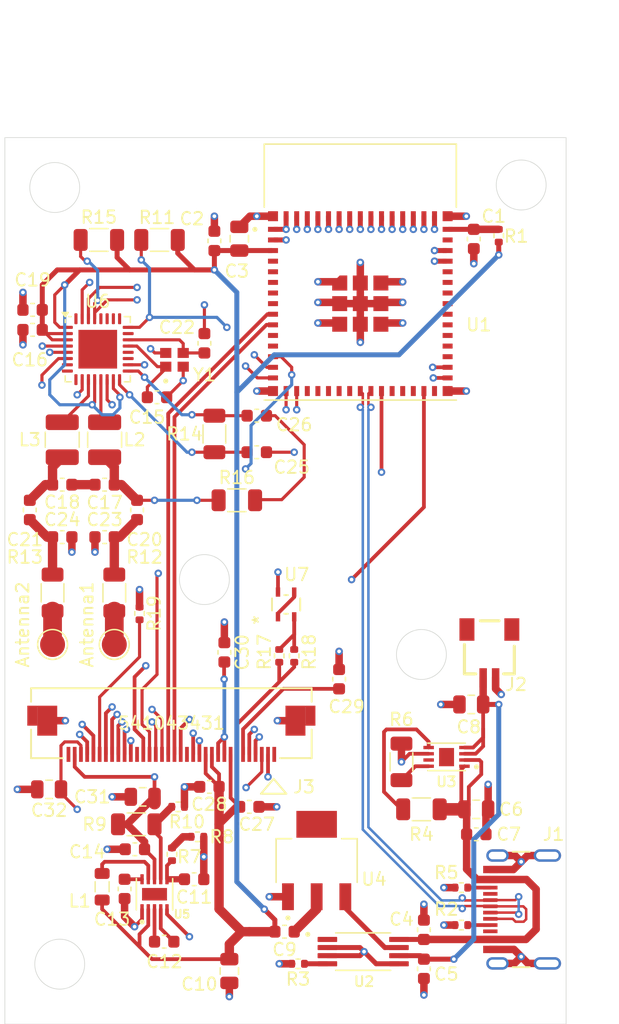
<source format=kicad_pcb>
(kicad_pcb (version 20241229) (generator "pcbnew") (generator_version "9.0")
  (layers (0 "F.Cu" signal) (4 "In1.Cu" signal "FM.Cu") (6 "In2.Cu" signal "BM.Cu") (2 "B.Cu" signal) (13 "F.Paste" user) (15 "B.Paste" user) (5 "F.SilkS" user "F.Silkscreen") (7 "B.SilkS" user "B.Silkscreen") (1 "F.Mask" user) (3 "B.Mask" user) (25 "Edge.Cuts" user))
  (net 0 "")
  (net 1 "Net-(Antenna1-Pad1)")
  (net 2 "Net-(Antenna2-Pad1)")
  (net 3 "Net-(U1-EN)")
  (net 4 "GND")
  (net 5 "3V3")
  (net 6 "USB_5V")
  (net 7 "BAT_P")
  (net 8 "Net-(U4-OUT_2)")
  (net 9 "Net-(U5-SS)")
  (net 10 "Net-(U5-CP2)")
  (net 11 "Net-(U5-CP1)")
  (net 12 "Net-(U5-VO)")
  (net 13 "17V")
  (net 14 "Net-(U6-OSCIN)")
  (net 15 "Net-(C17-Pad2)")
  (net 16 "TX3")
  (net 17 "Net-(C18-Pad2)")
  (net 18 "Net-(C20-Pad2)")
  (net 19 "Net-(C21-Pad2)")
  (net 20 "Net-(U6-OSCOUT)")
  (net 21 "Net-(U6-VMID)")
  (net 22 "Net-(U6-RX)")
  (net 23 "Net-(C26-Pad2)")
  (net 24 "Net-(C29-Pad1)")
  (net 25 "Net-(C30-Pad2)")
  (net 26 "Net-(C32-Pad1)")
  (net 28 "Net-(J1-CC2)")
  (net 30 "Net-(J1-CC1)")
  (net 32 "IO 6")
  (net 34 "IO 5")
  (net 35 "Net-(J3-Pad7)")
  (net 37 "IO 36")
  (net 38 "Net-(J3-Pad29)")
  (net 40 "IO 35")
  (net 41 "IO 34")
  (net 42 "Net-(U5-SW)")
  (net 43 "TX2")
  (net 44 "TX1")
  (net 45 "Net-(U2-ILIM)")
  (net 46 "Net-(U3-STAT)")
  (net 47 "Net-(U3-PROG)")
  (net 48 "Net-(R7-Pad1)")
  (net 49 "Net-(U5-FB)")
  (net 50 "IO 10")
  (net 51 "IO 12")
  (net 52 "Net-(R17-Pad2)")
  (net 59 "IO 11")
  (net 61 "IO 21")
  (net 63 "IO 13")
  (net 75 "IO 9")
  (net 83 "Net-(U2-OUT)")
  (net 99 "Net-(U7-Pad1)")
  (net 100 "USB_N")
  (net 101 "USB_P")
  (footprint "Capacitor_SMD:C_0603_1608Metric" (layer "F.Cu") (at 123.6 47 180)
    (property "Reference" "C24")
    (property "Value" "1uF")
  )
  (footprint "Footprints:SON50P200X300X100-9N" (layer "F.Cu") (at 154.415 64.6 180)
    (property "Reference" "U3")
    (property "Value" "MCP73831-2ACI_MC")
  )
  (footprint "Capacitor_SMD:C_0805_2012Metric" (layer "F.Cu") (at 156.8 68.8 180)
    (property "Reference" "C6")
    (property "Value" "10uF")
  )
  (footprint "Resistor_SMD:R_1206_3216Metric" (layer "F.Cu") (at 122.825 51.4625 90)
    (property "Reference" "R13")
    (property "Value" "1K")
  )
  (footprint "Capacitor_SMD:C_0603_1608Metric" (layer "F.Cu") (at 121.225 30.4 180)
    (property "Reference" "C16")
    (property "Value" "1uF")
  )
  (footprint "Resistor_SMD:R_0402_1005Metric" (layer "F.Cu") (at 129.8 53.11 -90)
    (property "Reference" "R19")
    (property "Value" "1.2M")
  )
  (footprint "Capacitor_SMD:C_0603_1608Metric" (layer "F.Cu") (at 152.6 78.445 90)
    (property "Reference" "C4")
    (property "Value" "0.1uF")
  )
  (footprint "Capacitor_SMD:C_0603_1608Metric" (layer "F.Cu") (at 128.6 75.175 -90)
    (property "Reference" "C13")
    (property "Value" "0.1uF")
  )
  (footprint "Capacitor_SMD:C_0603_1608Metric" (layer "F.Cu") (at 129.425 72)
    (property "Reference" "C14")
    (property "Value" "1uF")
  )
  (footprint "Resistor_SMD:R_0402_1005Metric" (layer "F.Cu") (at 142.2 56.51 90)
    (property "Reference" "R18")
    (property "Value" "100K")
  )
  (footprint "Footprints:MOLEX_2171790001" (layer "F.Cu") (at 161.35 76.82 90)
    (property "Reference" "J1")
    (property "Value" "2171790001")
  )
  (footprint "Capacitor_SMD:C_0603_1608Metric" (layer "F.Cu") (at 127 42.8 180)
    (property "Reference" "C17")
    (property "Value" "1uF")
  )
  (footprint "Capacitor_SMD:C_0603_1608Metric" (layer "F.Cu") (at 139.2 37.275)
    (property "Reference" "C26")
    (property "Value" "1uF")
  )
  (footprint "Capacitor_SMD:C_0603_1608Metric" (layer "F.Cu") (at 138.6 68.6)
    (property "Reference" "C27")
    (property "Value" "1uF")
  )
  (footprint "Capacitor_SMD:C_0603_1608Metric" (layer "F.Cu") (at 134.175 74.4 180)
    (property "Reference" "C11")
    (property "Value" "1uF")
  )
  (footprint "Capacitor_SMD:C_0805_2012Metric" (layer "F.Cu") (at 156.4 60.4)
    (property "Reference" "C8")
    (property "Value" "10uF")
  )
  (footprint "Footprints:XCVR_ESP32-S3-MINI-1-N8" (layer "F.Cu") (at 147.5 28.3)
    (property "Reference" "U1")
    (property "Value" "ESP32-S3-MINI-1-N8")
  )
  (footprint "TestPoint:TestPoint_Pad_D2.0mm" (layer "F.Cu") (at 127.775 55.6)
    (property "Reference" "Antenna1")
    (property "Value" "~")
  )
  (footprint "Capacitor_SMD:C_0603_1608Metric" (layer "F.Cu") (at 156.6 23.125 -90)
    (property "Reference" "C1")
    (property "Value" "1uF")
  )
  (footprint "Inductor_SMD:L_1210_3225Metric" (layer "F.Cu") (at 123.6 39.2 -90)
    (property "Reference" "L3")
    (property "Value" "1mH")
  )
  (footprint "Resistor_SMD:R_0402_1005Metric" (layer "F.Cu") (at 158.6 22.86 -90)
    (property "Reference" "R1")
    (property "Value" "10K")
  )
  (footprint "Resistor_SMD:R_0402_1005Metric" (layer "F.Cu") (at 134.44 71 180)
    (property "Reference" "R8")
    (property "Value" "100K")
  )
  (footprint "TestPoint:TestPoint_Pad_D2.0mm" (layer "F.Cu") (at 122.825 55.6)
    (property "Reference" "Antenna2")
    (property "Value" "~")
  )
  (footprint "Capacitor_SMD:C_0603_1608Metric" (layer "F.Cu") (at 135.4 67 180)
    (property "Reference" "C28")
    (property "Value" "1uF")
  )
  (footprint "Resistor_SMD:R_1206_3216Metric" (layer "F.Cu") (at 135.8 38.7375 -90)
    (property "Reference" "R14")
    (property "Value" "1K")
  )
  (footprint "Capacitor_SMD:C_0603_1608Metric" (layer "F.Cu") (at 121.225 28.8 180)
    (property "Reference" "C19")
    (property "Value" "1uF")
  )
  (footprint "Capacitor_SMD:C_0603_1608Metric" (layer "F.Cu") (at 136.600001 56.225 -90)
    (property "Reference" "C30")
    (property "Value" "1uF")
  )
  (footprint "Capacitor_SMD:C_0805_2012Metric" (layer "F.Cu") (at 130.05 67.8 180)
    (property "Reference" "C31")
    (property "Value" "4.7uF")
  )
  (footprint "Footprints:SOP65P640X120-8N" (layer "F.Cu") (at 147.73 80.195)
    (property "Reference" "U2")
    (property "Value" "TPS2113APW")
  )
  (footprint "Resistor_SMD:R_1206_3216Metric" (layer "F.Cu") (at 150.8 65 90)
    (property "Reference" "R6")
    (property "Value" "2.7K")
  )
  (footprint "Inductor_SMD:L_1210_3225Metric" (layer "F.Cu") (at 127 39.2 -90)
    (property "Reference" "L2")
    (property "Value" "1mH")
  )
  (footprint "Capacitor_SMD:C_0603_1608Metric" (layer "F.Cu") (at 135 31.475 90)
    (property "Reference" "C22")
    (property "Value" "1uF")
  )
  (footprint "Resistor_SMD:R_1206_3216Metric" (layer "F.Cu") (at 137.6 44.05)
    (property "Reference" "R16")
    (property "Value" "1K")
  )
  (footprint "Capacitor_SMD:C_0805_2012Metric" (layer "F.Cu") (at 137 81.75 90)
    (property "Reference" "C10")
    (property "Value" "4.7uF")
  )
  (footprint "Package_DFN_QFN:HVQFN-32-1EP_5x5mm_P0.5mm_EP3.1x3.1mm" (layer "F.Cu") (at 126.45 31.95)
    (property "Reference" "U6")
    (property "Value" "MFRC52202HN1_115")
  )
  (footprint "Capacitor_SMD:C_0603_1608Metric" (layer "F.Cu") (at 152.6 81.575 90)
    (property "Reference" "C5")
    (property "Value" "0.1uF")
  )
  (footprint "Footprints:SM02B-SRSS-TB_LF__SN_" (layer "F.Cu") (at 157.85 56.3 180)
    (property "Reference" "J2")
    (property "Value" "SM02B-SRSS-TB_LF__SN_")
  )
  (footprint "Capacitor_SMD:C_0603_1608Metric" (layer "F.Cu") (at 141.425 78.6 180)
    (property "Reference" "C9")
    (property "Value" "1uF")
  )
  (footprint "Resistor_SMD:R_0402_1005Metric" (layer "F.Cu") (at 132.4 72.4 -90)
    (property "Reference" "R7")
    (property "Value" "100K")
  )
  (footprint "Capacitor_SMD:C_0603_1608Metric" (layer "F.Cu") (at 139.2 40.2)
    (property "Reference" "C25")
    (property "Value" "1uF")
  )
  (footprint "Resistor_SMD:R_1206_3216Metric" (layer "F.Cu") (at 129.5375 70 180)
    (property "Reference" "R9")
    (property "Value" "330K")
  )
  (footprint "Resistor_SMD:R_0402_1005Metric" (layer "F.Cu") (at 155.6 78.07 180)
    (property "Reference" "R2")
    (property "Value" "5.1K")
  )
  (footprint "Capacitor_SMD:C_0603_1608Metric" (layer "F.Cu") (at 127 47 180)
    (property "Reference" "C23")
    (property "Value" "1uF")
  )
  (footprint "Capacitor_SMD:C_0603_1608Metric" (layer "F.Cu") (at 121 44.825 -90)
    (property "Reference" "C21")
    (property "Value" "1uF")
  )
  (footprint "Capacitor_SMD:C_0603_1608Metric" (layer "F.Cu") (at 135.8 23.275 90)
    (property "Reference" "C2")
    (property "Value" "0.1uF")
  )
  (footprint "Capacitor_SMD:C_0603_1608Metric" (layer "F.Cu") (at 131.775 79.4)
    (property "Reference" "C12")
    (property "Value" "0.1uF")
  )
  (footprint "Capacitor_SMD:C_0805_2012Metric" (layer "F.Cu") (at 137.8 23.1 90)
    (property "Reference" "C3")
    (property "Value" "3.1uF")
  )
  (footprint "Capacitor_SMD:C_0805_2012Metric" (layer "F.Cu") (at 122.55 67.2 180)
    (property "Reference" "C32")
    (property "Value" "4.7uF")
  )
  (footprint "Resistor_SMD:R_1206_3216Metric" (layer "F.Cu") (at 126.5375 23.2)
    (property "Reference" "R15")
    (property "Value" "1K")
  )
  (footprint "Capacitor_SMD:C_0603_1608Metric" (layer "F.Cu") (at 129.6 44.825 -90)
    (property "Reference" "C20")
    (property "Value" "1uF")
  )
  (footprint "Footprints:CON_541043431_MOL" (layer "F.Cu") (at 132.350017 61.902007 180)
    (property "Reference" "J3")
    (property "Value" "541043431")
  )
  (footprint "Resistor_SMD:R_1206_3216Metric" (layer "F.Cu") (at 131.4 23.2)
    (property "Reference" "R11")
    (property "Value" "1K")
  )
  (footprint "Footprints:VREG_TLV1117LV33DCYR" (layer "F.Cu") (at 144 72.9 90)
    (property "Reference" "U4")
    (property "Value" "TLV1117LV33DCYR")
  )
  (footprint "Capacitor_SMD:C_0603_1608Metric" (layer "F.Cu") (at 131.2 35.8)
    (property "Reference" "C15")
    (property "Value" "1uF")
  )
  (footprint "Capacitor_SMD:C_0603_1608Metric" (layer "F.Cu") (at 145.8 58.375 90)
    (property "Reference" "C29")
    (property "Value" "1uF")
  )
  (footprint "Capacitor_SMD:C_0603_1608Metric" (layer "F.Cu") (at 156.8 70.8 180)
    (property "Reference" "C7")
    (property "Value" "0.1uF")
  )
  (footprint "Footprints:SON50P250X250X80-11N" (layer "F.Cu") (at 131 75.6 90)
    (property "Reference" "U5")
    (property "Value" "TPS61093DSKR")
  )
  (footprint "Footprints:XTAL_ABM11AIG-27.120MHZ-4Z-T3" (layer "F.Cu") (at 132.6 32.8 90)
    (property "Reference" "Y1")
    (property "Value" "ABM11AIG-27.120MHZ-4Z-T3")
  )
  (footprint "Inductor_SMD:L_0805_2012Metric" (layer "F.Cu") (at 126.8 75 90)
    (property "Reference" "L1")
    (property "Value" "10uH")
  )
  (footprint "Capacitor_SMD:C_0603_1608Metric" (layer "F.Cu") (at 123.6 42.8 180)
    (property "Reference" "C18")
    (property "Value" "1uF")
  )
  (footprint "Resistor_SMD:R_1206_3216Metric" (layer "F.Cu") (at 152.4 68.8 180)
    (property "Reference" "R4")
    (property "Value" "1K")
  )
  (footprint "Resistor_SMD:R_1206_3216Metric" (layer "F.Cu") (at 127.775 51.4625 90)
    (property "Reference" "R12")
    (property "Value" "1K")
  )
  (footprint "Resistor_SMD:R_0402_1005Metric" (layer "F.Cu") (at 132.89 68.6 180)
    (property "Reference" "R10")
    (property "Value" "10K")
  )
  (footprint "Footprints:USQ_TOS" (layer "F.Cu") (at 141.550001 52.3906 90)
    (property "Reference" "U7")
    (property "Value" "1SS383TE85L_F")
  )
  (footprint "Resistor_SMD:R_0402_1005Metric" (layer "F.Cu") (at 155.6 75.07)
    (property "Reference" "R5")
    (property "Value" "5.1K")
  )
  (footprint "Resistor_SMD:R_0402_1005Metric" (layer "F.Cu") (at 141 56.51 90)
    (property "Reference" "R17")
    (property "Value" "100K")
  )
  (footprint "Resistor_SMD:R_0402_1005Metric" (layer "F.Cu") (at 142.51 81.17 180)
    (property "Reference" "R3")
    (property "Value" "10K")
  )
  (gr_rect (start 119 15) (end 164 86) (stroke (width 0.05)) (fill no) (layer "Edge.Cuts"))
  (gr_circle (center 160.4 18.8) (end 162.4 18.8) (stroke (width 0.05)) (fill no) (layer "Edge.Cuts"))
  (gr_circle (center 152.4 56.4) (end 154.4 56.4) (stroke (width 0.05)) (fill no) (layer "Edge.Cuts"))
  (gr_circle (center 123 19) (end 125 19) (stroke (width 0.05)) (fill no) (layer "Edge.Cuts"))
  (gr_circle (center 135 50.4) (end 137 50.4) (stroke (width 0.05)) (fill no) (layer "Edge.Cuts"))
  (gr_circle (center 123.4 81.2) (end 125.4 81.2) (stroke (width 0.05)) (fill no) (layer "Edge.Cuts"))
  (segment (start 127.775 52.925) (end 127.775 55.6) (width 1.5) (layer "F.Cu") (net 1))
  (segment (start 122.825 52.925) (end 122.825 55.6) (width 1.5) (layer "F.Cu") (net 2))
  (segment (start 158.6 22.35) (end 156.6 22.35) (width 0.6) (layer "F.Cu") (net 3))
  (segment (start 154.6 22.35) (end 156.6 22.35) (width 0.4) (layer "F.Cu") (net 3))
  (segment (start 152.6 83.67) (end 152.6 82.4) (width 0.6) (layer "F.Cu") (net 4))
  (segment (start 145.85 28.3) (end 147.5 28.3) (width 0.6) (layer "F.Cu") (net 4))
  (segment (start 149.25 26.55) (end 149.15 26.65) (width 0.6) (layer "F.Cu") (net 4))
  (segment (start 138.65 21.3) (end 137.8 22.15) (width 0.6) (layer "F.Cu") (net 4))
  (segment (start 127.1 61.1) (end 127.6 60.6) (width 0.3) (layer "F.Cu") (net 4))
  (segment (start 144.1 28.2) (end 145.75 28.2) (width 0.6) (layer "F.Cu") (net 4))
  (segment (start 144.1 26.55) (end 145.75 26.55) (width 0.6) (layer "F.Cu") (net 4))
  (segment (start 153.45 21.3) (end 153.45 22.25) (width 0.4) (layer "F.Cu") (net 4))
  (segment (start 145.8 21.3) (end 145.8 22.25) (width 0.4) (layer "F.Cu") (net 4))
  (segment (start 159.78 73.62) (end 160.4 73) (width 0.6) (layer "F.Cu") (net 4))
  (segment (start 144.1 29.85) (end 145.75 29.85) (width 0.6) (layer "F.Cu") (net 4))
  (segment (start 150.9 29.85) (end 149.25 29.85) (width 0.6) (layer "F.Cu") (net 4))
  (segment (start 140.4 21.2) (end 140.5 21.3) (width 0.6) (layer "F.Cu") (net 4))
  (segment (start 131.019182 32.25) (end 130.684591 31.915409) (width 0.25) (layer "F.Cu") (net 4))
  (segment (start 159.86 81.14) (end 160.4 80.6) (width 0.6) (layer "F.Cu") (net 4))
  (segment (start 137 83.8) (end 137 82.8) (width 0.6) (layer "F.Cu") (net 4))
  (segment (start 129.100001 64.3984) (end 129.100001 63.300407) (width 0.3) (layer "F.Cu") (net 4))
  (segment (start 127.1 64.3984) (end 127.1 61.1) (width 0.3) (layer "F.Cu") (net 4))
  (segment (start 144.86 79.87) (end 147.47 79.87) (width 0.4) (layer "F.Cu") (net 4))
  (segment (start 154.4 24.05) (end 153.45 24.05) (width 0.4) (layer "F.Cu") (net 4))
  (segment (start 126.225 48.2) (end 126.225 47) (width 0.6) (layer "F.Cu") (net 4))
  (segment (start 120.45 30.4) (end 120.45 31.6) (width 0.6) (layer "F.Cu") (net 4))
  (segment (start 131.975 35.8) (end 131.975 35.79038) (width 0.25) (layer "F.Cu") (net 4))
  (segment (start 147.48 80.52) (end 147.8 80.2) (width 0.4) (layer "F.Cu") (net 4))
  (segment (start 129.4 78.2) (end 130 77.6) (width 0.3) (layer "F.Cu") (net 4))
  (segment (start 157.925 73.62) (end 159.78 73.62) (width 0.6) (layer "F.Cu") (net 4))
  (segment (start 130 77.6) (end 130 76.8) (width 0.3) (layer "F.Cu") (net 4))
  (segment (start 131.9 32.25) (end 131.019182 32.25) (width 0.25) (layer "F.Cu") (net 4))
  (segment (start 134.95 72.6) (end 134.95 74.4) (width 0.6) (layer "F.Cu") (net 4))
  (segment (start 135 30.7) (end 135 28.4) (width 0.25) (layer "F.Cu") (net 4))
  (segment (start 142.4 21.3) (end 142.4 22.25) (width 0.4) (layer "F.Cu") (net 4))
  (segment (start 122.401633 61.700407) (end 122.400033 61.698807) (width 0.6) (layer "F.Cu") (net 4))
  (segment (start 128.1 64.3984) (end 128.1 62.1) (width 0.3) (layer "F.Cu") (net 4))
  (segment (start 150.9 28.2) (end 149.25 28.2) (width 0.6) (layer "F.Cu") (net 4))
  (segment (start 144.95 21.3) (end 144.95 22.25) (width 0.4) (layer "F.Cu") (net 4))
  (segment (start 120.45 27.4) (end 120.45 28.8) (width 0.6) (layer "F.Cu") (net 4))
  (segment (start 147.47 79.87) (end 147.8 80.2) (width 0.4) (layer "F.Cu") (net 4))
  (segment (start 154.4 24.9) (end 153.45 24.9) (width 0.4) (layer "F.Cu") (net 4))
  (segment (start 162.5 81.14) (end 160.94 81.14) (width 0.6) (layer "F.Cu") (net 4))
  (segment (start 128.599999 62.550001) (end 128.75 62.4) (width 0.3) (layer "F.Cu") (net 4))
  (segment (start 125.6 64.4) (end 125.6 63.4) (width 0.3) (layer "F.Cu") (net 4))
  (segment (start 140.900002 51.4) (end 140.900002 49.8) (width 0.3) (layer "F.Cu") (net 4))
  (segment (start 158.35 59.15) (end 158.35 58.275) (width 0.6) (layer "F.Cu") (net 4))
  (segment (start 138.599999 62.800001) (end 139 62.4) (width 0.3) (layer "F.Cu") (net 4))
  (segment (start 140.6 22.35) (end 141.55 22.35) (width 0.4) (layer "F.Cu") (net 4))
  (segment (start 154.6 35.2) (end 154.5 35.3) (width 0.6) (layer "F.Cu") (net 4))
  (segment (start 139.2 21.3) (end 140.4 21.3) (width 0.6) (layer "F.Cu") (net 4))
  (segment (start 156.6 25.1) (end 156.6 23.9) (width 0.6) (layer "F.Cu") (net 4))
  (segment (start 152.6 76.4) (end 152.6 77.67) (width 0.6) (layer "F.Cu") (net 4))
  (segment (start 139.2 21.3) (end 138.65 21.3) (width 0.6) (layer "F.Cu") (net 4))
  (segment (start 157.925 80.02) (end 159.82 80.02) (width 0.6) (layer "F.Cu") (net 4))
  (segment (start 122 31.7) (end 124.0125 31.7) (width 0.25) (layer "F.Cu") (net 4))
  (segment (start 128.6 75.95) (end 128.6 77.4) (width 0.6) (layer "F.Cu") (net 4))
  (segment (start 149.25 29.85) (end 149.15 29.95) (width 0.6) (layer "F.Cu") (net 4))
  (segment (start 134.6 64.4) (end 134.6 63.299998) (width 0.3) (layer "F.Cu") (net 4))
  (segment (start 127.6 67.8) (end 129.1 67.8) (width 0.6) (layer "F.Cu") (net 4))
  (segment (start 128.65 72) (end 127.2 72) (width 0.6) (layer "F.Cu") (net 4))
  (segment (start 160.94 81.14) (end 160.4 80.6) (width 0.6) (layer "F.Cu") (net 4))
  (segment (start 145.75 29.85) (end 145.85 29.95) (width 0.6) (layer "F.Cu") (net 4))
  (segment (start 154.6 21.2) (end 154.5 21.3) (width 0.6) (layer "F.Cu") (net 4))
  (segment (start 125.6 63.4) (end 125 62.8) (width 0.3) (layer "F.Cu") (net 4))
  (segment (start 155.09 75.07) (end 154.2 75.07) (width 0.6) (layer "F.Cu") (net 4))
  (segment (start 145.75 26.55) (end 145.85 26.65) (width 0.6) (layer "F.Cu") (net 4))
  (segment (start 157.75 68.8) (end 157.75 66.8) (width 0.6) (layer "F.Cu") (net 4))
  (segment (start 122.6 32.2) (end 124.0125 32.2) (width 0.25) (layer "F.Cu") (net 4))
  (segment (start 143.25 21.3) (end 143.25 22.25) (width 0.4) (layer "F.Cu") (net 4))
  (segment (start 157.575 68.975) (end 157.75 68.8) (width 0.6) (layer "F.Cu") (net 4))
  (segment (start 125.2 35.2) (end 124.8 35.6) (width 0.25) (layer "F.Cu") (net 4))
  (segment (start 140.6 23.2) (end 141.55 23.2) (width 0.4) (layer "F.Cu") (net 4))
  (segment (start 138.599999 64.4) (end 138.599999 62.800001) (width 0.3) (layer "F.Cu") (net 4))
  (segment (start 140.8 68.6) (end 139.375 68.6) (width 0.6) (layer "F.Cu") (net 4))
  (segment (start 146.65 21.3) (end 146.65 22.25) (width 0.4) (layer "F.Cu") (net 4))
  (segment (start 150.9 26.55) (end 149.25 26.55) (width 0.6) (layer "F.Cu") (net 4))
  (segment (start 151.75 21.3) (end 151.75 22.25) (width 0.4) (layer "F.Cu") (net 4))
  (segment (start 120 67.2) (end 121.5 67.2) (width 0.6) (layer "F.Cu") (net 4))
  (segment (start 134.95 71) (end 134.95 72.6) (width 0.6) (layer "F.Cu") (net 4))
  (segment (start 128.599999 64.3984) (end 128.599999 62.550001) (width 0.3) (layer "F.Cu") (net 4))
  (segment (start 126.099999 64.4) (end 126.099999 62.899999) (width 0.3) (layer "F.Cu") (net 4))
  (segment (start 156 35.3) (end 154.6 35.3) (width 0.6) (layer "F.Cu") (net 4))
  (segment (start 141.55 21.3) (end 141.55 22.25) (width 0.4) (layer "F.Cu") (net 4))
  (segment (start 147.5 31.4) (end 147.5 29.95) (width 0.6) (layer "F.Cu") (net 4))
  (segment (start 131.600001 64.4) (end 131.600001 61.600001) (width 0.25) (layer "F.Cu") (net 4))
  (segment (start 156 21.3) (end 154.6 21.3) (width 0.6) (layer "F.Cu") (net 4))
  (segment (start 128.6 77.4) (end 129.4 78.2) (width 0.6) (layer "F.Cu") (net 4))
  (segment (start 131.600001 61.600001) (end 130.8 60.8) (width 0.25) (layer "F.Cu") (net 4))
  (segment (start 149.15 28.3) (end 147.5 28.3) (width 0.6) (layer "F.Cu") (net 4))
  (segment (start 155.09 78.07) (end 154.2 78.07) (width 0.6) (layer "F.Cu") (net 4))
  (segment (start 133.4 67) (end 133.4 68.6) (width 0.6) (layer "F.Cu") (net 4))
  (segment (start 141 81.17) (end 142 81.17) (width 0.6) (layer "F.Cu") (net 4))
  (segment (start 142.300001 61.700407) (end 140.850017 61.700407) (width 0.6) (layer "F.Cu") (net 4))
  (segment (start 150.05 21.3) (end 150.05 22.25) (width 0.4) (layer "F.Cu") (net 4))
  (segment (start 139.3 35.3) (end 140.5 35.3) (width 0.6) (layer "F.Cu") (net 4))
  (segment (start 149.25 28.2) (end 149.15 28.3) (width 0.6) (layer "F.Cu") (net 4))
  (segment (start 127.2 36) (end 127.2 34.3875) (width 0.25) (layer "F.Cu") (net 4))
  (segment (start 147.5 26.65) (end 147.5 28.3) (width 0.6) (layer "F.Cu") (net 4))
  (segment (start 147.5 25) (end 147.5 26.65) (width 0.6) (layer "F.Cu") (net 4))
  (segment (start 131.099999 64.4) (end 131.099999 62.099999) (width 0.25) (layer "F.Cu") (net 4))
  (segment (start 148.77 81.17) (end 147.8 80.2) (width 0.4) (layer "F.Cu") (net 4))
  (segment (start 145.75 28.2) (end 145.85 28.3) (width 0.6) (layer "F.Cu") (net 4))
  (segment (start 151.45 64.35) (end 150.8 65) (width 0.3) (layer "F.Cu") (net 4))
  (segment (start 148.35 21.3) (end 148.35 22.25) (width 0.4) (layer "F.Cu") (net 4))
  (segment (start 149.2 21.3) (end 149.2 22.25) (width 0.4) (layer "F.Cu") (net 4))
  (segment (start 127.6 36.4) (end 127.2 36) (width 0.25) (layer "F.Cu") (net 4))
  (segment (start 135.8 21.3) (end 135.8 22.5) (width 0.6) (layer "F.Cu") (net 4))
  (segment (start 157.575 70.8) (end 157.575 68.975) (width 0.6) (layer "F.Cu") (net 4))
  (segment (start 153.95 60.4) (end 155.4 60.4) (width 0.6) (layer "F.Cu") (net 4))
  (segment (start 131.099999 62.099999) (end 130.8 61.8) (width 0.25) (layer "F.Cu") (net 4))
  (segment (start 152.6 21.3) (end 152.6 22.25) (width 0.4) (layer "F.Cu") (net 4))
  (segment (start 125.2 34.3875) (end 125.2 35.2) (width 0.25) (layer "F.Cu") (net 4))
  (segment (start 152.98 64.35) (end 151.45 64.35) (width 0.3) (layer "F.Cu") (net 4))
  (segment (start 144.1 22.25) (end 144.1 21.3) (width 0.4) (layer "F.Cu") (net 4))
  (segment (start 147.5 28.3) (end 147.5 29.95) (width 0.6) (layer "F.Cu") (net 4))
  (segment (start 134.100001 64.4) (end 134.100001 62.700407) (width 0.3) (layer "F.Cu") (net 4))
  (segment (start 139.100001 63.299999) (end 139.4 63) (width 0.3) (layer "F.Cu") (net 4))
  (segment (start 160.9 72.5) (end 160.4 73) (width 0.6) (layer "F.Cu") (net 4))
  (segment (start 162.5 72.5) (end 160.9 72.5) (width 0.6) (layer "F.Cu") (net 4))
  (segment (start 158.5 72.5) (end 159.9 72.5) (width 0.6) (layer "F.Cu") (net 4))
  (segment (start 128.1 62.1) (end 128.4 61.8) (width 0.3) (layer "F.Cu") (net 4))
  (segment (start 136.600001 55.45) (end 136.6 53.8) (width 0.6) (layer "F.Cu") (net 4))
  (segment (start 130.2 33.2) (end 128.8875 33.2) (width 0.25) (layer "F.Cu") (net 4))
  (segment (start 139.975 40.2) (end 142.2 40.2) (width 0.25) (layer "F.Cu") (net 4))
  (segment (start 128 61.2) (end 127.600001 61.599999) (width 0.3) (layer "F.Cu") (net 4))
  (segment (start 123.850017 61.700407) (end 122.400033 61.700407) (width 0.6) (layer "F.Cu") (net 4))
  (segment (start 127.600001 61.599999) (end 127.600001 64.3984) (width 0.3) (layer "F.Cu") (net 4))
  (segment (start 145.8 57.6) (end 145.8 56.150016) (width 0.6) (layer "F.Cu") (net 4))
  (segment (start 158.5 81.14) (end 159.86 81.14) (width 0.6) (layer "F.Cu") (net 4))
  (segment (start 133.3 33.35) (end 133.3 34.46538) (width 0.25) (layer "F.Cu") (net 4))
  (segment (start 126.099999 62.899999) (end 125.2 62) (width 0.3) (layer "F.Cu") (net 4))
  (segment (start 150.9 21.3) (end 150.9 22.25) (width 0.4) (layer "F.Cu") (net 4))
  (segment (start 124.375 48.2) (end 124.375 47) (width 0.6) (layer "F.Cu") (net 4))
  (segment (start 159.9 72.5) (end 160.4 73) (width 0.6) (layer "F.Cu") (net 4))
  (segment (start 139.100001 64.4) (end 139.100001 63.299999) (width 0.3) (layer "F.Cu") (net 4))
  (segment (start 159.82 80.02) (end 160.4 80.6) (width 0.6) (layer "F.Cu") (net 4))
  (segment (start 134.625 67) (end 133.4 67) (width 0.6) (layer "F.Cu") (net 4))
  (segment (start 140.2 75.8) (end 141.7 75.8) (width 0.6) (layer "F.Cu") (net 4))
  (segment (start 129.8 51.2) (end 129.8 52.6) (width 0.6) (layer "F.Cu") (net 4))
  (segment (start 158.799 59.599) (end 158.35 59.15) (width 0.6) (layer "F.Cu") (net 4))
  (segment (start 144.86 80.52) (end 147.48 80.52) (width 0.4) (layer "F.Cu") (net 4))
  (segment (start 150.8 63.5375) (end 150.8 65) (width 0.6) (layer "F.Cu") (net 4))
  (segment (start 150.6 81.17) (end 148.77 81.17) (width 0.4) (layer "F.Cu") (net 4))
  (segment (start 147.5 21.3) (end 147.5 22.25) (width 0.4) (layer "F.Cu") (net 4))
  (segment (start 131.975 35.79038) (end 133.3 34.46538) (width 0.25) (layer "F.Cu") (net 4))
  (via (at 140.2 75.8) (size 0.6) (drill 0.3) (layers "F.Cu" "B.Cu") (net 4))
  (via (at 133.3 34.46538) (size 0.6) (drill 0.3) (layers "F.Cu" "B.Cu") (net 4))
  (via (at 147.5 31.4) (size 0.6) (drill 0.3) (layers "F.Cu" "B.Cu") (net 4))
  (via (at 156 35.3) (size 0.6) (drill 0.3) (layers "F.Cu" "B.Cu") (net 4))
  (via (at 122 31.7) (size 0.6) (drill 0.3) (layers "F.Cu" "B.Cu") (net 4))
  (via (at 144.1 28.2) (size 0.6) (drill 0.3) (layers "F.Cu" "B.Cu") (net 4))
  (via (at 139.4 63) (size 0.6) (drill 0.3) (layers "F.Cu" "B.Cu") (net 4))
  (via (at 140.900002 49.8) (size 0.6) (drill 0.3) (layers "F.Cu" "B.Cu") (net 4))
  (via (at 137 83.8) (size 0.6) (drill 0.3) (layers "F.Cu" "B.Cu") (net 4))
  (via (at 153.45 24.05) (size 0.6) (drill 0.3) (layers "F.Cu" "B.Cu") (net 4))
  (via (at 141.55 22.35) (size 0.6) (drill 0.3) (layers "F.Cu" "B.Cu") (net 4))
  (via (at 129.4 78.2) (size 0.6) (drill 0.3) (layers "F.Cu" "B.Cu") (net 4))
  (via (at 128 61.2) (size 0.6) (drill 0.3) (layers "F.Cu" "B.Cu") (net 4))
  (via (at 126.225 48.2) (size 0.6) (drill 0.3) (layers "F.Cu" "B.Cu") (net 4))
  (via (at 123.850017 61.700407) (size 0.6) (drill 0.3) (layers "F.Cu" "B.Cu") (net 4))
  (via (at 152.6 83.67) (size 0.6) (drill 0.3) (layers "F.Cu" "B.Cu") (net 4))
  (via (at 140.8 68.6) (size 0.6) (drill 0.3) (layers "F.Cu" "B.Cu") (net 4))
  (via (at 145.8 22.35) (size 0.6) (drill 0.3) (layers "F.Cu" "B.Cu") (net 4))
  (via (at 150.9 29.85) (size 0.6) (drill 0.3) (layers "F.Cu" "B.Cu") (net 4))
  (via (at 130.684591 31.915409) (size 0.6) (drill 0.3) (layers "F.Cu" "B.Cu") (net 4))
  (via (at 128.75 62.4) (size 0.6) (drill 0.3) (layers "F.Cu" "B.Cu") (net 4))
  (via (at 150.9 28.2) (size 0.6) (drill 0.3) (layers "F.Cu" "B.Cu") (net 4))
  (via (at 130.2 33.2) (size 0.6) (drill 0.3) (layers "F.Cu" "B.Cu") (net 4))
  (via (at 153.45 24.9) (size 0.6) (drill 0.3) (layers "F.Cu" "B.Cu") (net 4))
  (via (at 152.6 22.35) (size 0.6) (drill 0.3) (layers "F.Cu" "B.Cu") (net 4))
  (via (at 130.8 60.8) (size 0.6) (drill 0.3) (layers "F.Cu" "B.Cu") (net 4))
  (via (at 142.2 40.2) (size 0.6) (drill 0.3) (layers "F.Cu" "B.Cu") (net 4))
  (via (at 141 81.17) (size 0.6) (drill 0.3) (layers "F.Cu" "B.Cu") (net 4))
  (via (at 125 62.8) (size 0.6) (drill 0.3) (layers "F.Cu" "B.Cu") (net 4))
  (via (at 147.5 25) (size 0.6) (drill 0.3) (layers "F.Cu" "B.Cu") (net 4))
  (via (at 144.1 26.55) (size 0.6) (drill 0.3) (layers "F.Cu" "B.Cu") (net 4))
  (via (at 129.100001 63.300407) (size 0.6) (drill 0.3) (layers "F.Cu" "B.Cu") (net 4))
  (via (at 154.2 78.07) (size 0.6) (drill 0.3) (layers "F.Cu" "B.Cu") (net 4))
  (via (at 139.2 35.3) (size 0.6) (drill 0.3) (layers "F.Cu" "B.Cu") (net 4))
  (via (at 160.4 73) (size 0.6) (drill 0.3) (layers "F.Cu" "B.Cu") (net 4))
  (via (at 149.2 22.35) (size 0.6) (drill 0.3) (layers "F.Cu" "B.Cu") (net 4))
  (via (at 150.05 22.35) (size 0.6) (drill 0.3) (layers "F.Cu" "B.Cu") (net 4))
  (via (at 140.850017 61.700407) (size 0.6) (drill 0.3) (layers "F.Cu" "B.Cu") (net 4))
  (via (at 152.6 76.4) (size 0.6) (drill 0.3) (layers "F.Cu" "B.Cu") (net 4))
  (via (at 144.1 29.85) (size 0.6) (drill 0.3) (layers "F.Cu" "B.Cu") (net 4))
  (via (at 139 62.4) (size 0.6) (drill 0.3) (layers "F.Cu" "B.Cu") (net 4))
  (via (at 127.6 67.8) (size 0.6) (drill 0.3) (layers "F.Cu" "B.Cu") (net 4))
  (via (at 157.75 66.8) (size 0.6) (drill 0.3) (layers "F.Cu" "B.Cu") (net 4))
  (via (at 135 28.4) (size 0.6) (drill 0.3) (layers "F.Cu" "B.Cu") (net 4))
  (via (at 129.8 51.2) (size 0.6) (drill 0.3) (layers "F.Cu" "B.Cu") (net 4))
  (via (at 147.5 22.35) (size 0.6) (drill 0.3) (layers "F.Cu" "B.Cu") (net 4))
  (via (at 127.6 60.6) (size 0.6) (drill 0.3) (layers "F.Cu" "B.Cu") (net 4))
  (via (at 136.6 53.8) (size 0.6) (drill 0.3) (layers "F.Cu" "B.Cu") (net 4))
  (via (at 120.45 31.6) (size 0.6) (drill 0.3) (layers "F.Cu" "B.Cu") (net 4))
  (via (at 153.95 60.4) (size 0.6) (drill 0.3) (layers "F.Cu" "B.Cu") (net 4))
  (via (at 124.8 35.6) (size 0.6) (drill 0.3) (layers "F.Cu" "B.Cu") (net 4))
  (via (at 150.8 65) (size 0.6) (drill 0.3) (layers "F.Cu" "B.Cu") (net 4))
  (via (at 143.25 22.35) (size 0.6) (drill 0.3) (layers "F.Cu" "B.Cu") (net 4))
  (via (at 134.100001 62.700407) (size 0.6) (drill 0.3) (layers "F.Cu" "B.Cu") (net 4))
  (via (at 148.35 22.35) (size 0.6) (drill 0.3) (layers "F.Cu" "B.Cu") (net 4))
  (via (at 150.9 22.35) (size 0.6) (drill 0.3) (layers "F.Cu" "B.Cu") (net 4))
  (via (at 154.2 75.07) (size 0.6) (drill 0.3) (layers "F.Cu" "B.Cu") (net 4))
  (via (at 134.95 72.6) (size 0.6) (drill 0.3) (layers "F.Cu" "B.Cu") (net 4))
  (via (at 134.6 63.299998) (size 0.6) (drill 0.3) (layers "F.Cu" "B.Cu") (net 4))
  (via (at 125.2 62) (size 0.6) (drill 0.3) (layers "F.Cu" "B.Cu") (net 4))
  (via (at 130.8 61.8) (size 0.6) (drill 0.3) (layers "F.Cu" "B.Cu") (net 4))
  (via (at 128.4 61.8) (size 0.6) (drill 0.3) (layers "F.Cu" "B.Cu") (net 4))
  (via (at 150.9 26.55) (size 0.6) (drill 0.3) (layers "F.Cu" "B.Cu") (net 4))
  (via (at 144.1 22.35) (size 0.6) (drill 0.3) (layers "F.Cu" "B.Cu") (net 4))
  (via (at 127.6 36.4) (size 0.6) (drill 0.3) (layers "F.Cu" "B.Cu") (net 4))
  (via (at 120.45 27.4) (size 0.6) (drill 0.3) (layers "F.Cu" "B.Cu") (net 4))
  (via (at 127.2 72) (size 0.6) (drill 0.3) (layers "F.Cu" "B.Cu") (net 4))
  (via (at 124.375 48.2) (size 0.6) (drill 0.3) (layers "F.Cu" "B.Cu") (net 4))
  (via (at 153.45 22.35) (size 0.6) (drill 0.3) (layers "F.Cu" "B.Cu") (net 4))
  (via (at 141.55 23.2) (size 0.6) (drill 0.3) (layers "F.Cu" "B.Cu") (net 4))
  (via (at 156.6 25.1) (size 0.6) (drill 0.3) (layers "F.Cu" "B.Cu") (net 4))
  (via (at 146.65 22.35) (size 0.6) (drill 0.3) (layers "F.Cu" "B.Cu") (net 4))
  (via (at 158.799 59.599) (size 0.6) (drill 0.3) (layers "F.Cu" "B.Cu") (net 4))
  (via (at 151.75 22.35) (size 0.6) (drill 0.3) (layers "F.Cu" "B.Cu") (net 4))
  (via (at 144.95 22.35) (size 0.6) (drill 0.3) (layers "F.Cu" "B.Cu") (net 4))
  (via (at 156 21.3) (size 0.6) (drill 0.3) (layers "F.Cu" "B.Cu") (net 4))
  (via (at 120 67.2) (size 0.6) (drill 0.3) (layers "F.Cu" "B.Cu") (net 4))
  (via (at 147.8 80.2) (size 0.6) (drill 0.3) (layers "F.Cu" "B.Cu") (net 4))
  (via (at 135.8 21.3) (size 0.6) (drill 0.3) (layers "F.Cu" "B.Cu") (net 4))
  (via (at 133.4 67) (size 0.6) (drill 0.3) (layers "F.Cu" "B.Cu") (net 4))
  (via (at 142.4 22.35) (size 0.6) (drill 0.3) (layers "F.Cu" "B.Cu") (net 4))
  (via (at 145.8 56.150016) (size 0.6) (drill 0.3) (layers "F.Cu" "B.Cu") (net 4))
  (via (at 122.6 32.2) (size 0.6) (drill 0.3) (layers "F.Cu" "B.Cu") (net 4))
  (via (at 160.4 80.6) (size 0.6) (drill 0.3) (layers "F.Cu" "B.Cu") (net 4))
  (via (at 139.2 21.3) (size 0.6) (drill 0.3) (layers "F.Cu" "B.Cu") (net 4))
  (segment (start 124.0125 30.2) (end 123.4 30.2) (width 0.25) (layer "F.Cu") (net 5))
  (segment (start 128.226 35.626) (end 127.7 35.1) (width 0.25) (layer "F.Cu") (net 5))
  (segment (start 124.0125 30.7) (end 122.3 30.7) (width 0.25) (layer "F.Cu") (net 5))
  (segment (start 129.8 78.8) (end 129.8 79.8) (width 0.3) (layer "F.Cu") (net 5))
  (segment (start 129 25.6) (end 128 24.6) (width 0.4) (layer "F.Cu") (net 5))
  (segment (start 138.6 78.6) (end 138 78.6) (width 0.75) (layer "F.Cu") (net 5))
  (segment (start 126.8 76.8) (end 129.8 79.8) (width 0.3) (layer "F.Cu") (net 5))
  (segment (start 136.175 67) (end 136.175 65.975) (width 0.3) (layer "F.Cu") (net 5))
  (segment (start 122 28.8) (end 122 30.4) (width 0.4) (layer "F.Cu") (net 5))
  (segment (start 136.175 76.775) (end 136.175 70) (width 0.75) (layer "F.Cu") (net 5))
  (segment (start 135.8 24.05) (end 137.8 24.05) (width 0.4) (layer "F.Cu") (net 5))
  (segment (start 126.8 76.0625) (end 126.8 76.8) (width 0.3) (layer "F.Cu") (net 5))
  (segment (start 135.100001 65.925001) (end 136.175 67) (width 0.3) (layer "F.Cu") (net 5))
  (segment (start 137.1 67.875) (end 137.825 68.6) (width 0.3) (layer "F.Cu") (net 5))
  (segment (start 122 26.8) (end 122 28.8) (width 0.4) (layer "F.Cu") (net 5))
  (segment (start 138 78.6) (end 137 79.6) (width 0.75) (layer "F.Cu") (net 5))
  (segment (start 140.65 78.6) (end 140.65 77.65) (width 0.4) (layer "F.Cu") (net 5))
  (segment (start 130.8 80.8) (end 137 80.8) (width 0.3) (layer "F.Cu") (net 5))
  (segment (start 123.2 25.6) (end 122 26.8) (width 0.4) (layer "F.Cu") (net 5))
  (segment (start 158.6 24.5) (end 158.6 23.37) (width 0.4) (layer "F.Cu") (net 5))
  (segment (start 129.8 79.8) (end 130.8 80.8) (width 0.3) (layer "F.Cu") (net 5))
  (segment (start 140.65 77.65) (end 139.8 76.8) (width 0.4) (layer "F.Cu") (net 5))
  (segment (start 128 24.6) (end 128 23.2) (width 0.4) (layer "F.Cu") (net 5))
  (segment (start 135.8 25.6) (end 135.8 23.95) (width 0.4) (layer "F.Cu") (net 5))
  (segment (start 130.5 76.8) (end 130.5 78.1) (width 0.3) (layer "F.Cu") (net 5))
  (segment (start 134.2 25.6) (end 132.8625 24.2625) (width 0.4) (layer "F.Cu") (net 5))
  (segment (start 123 27.6) (end 123.8 26.8) (width 0.25) (layer "F.Cu") (net 5))
  (segment (start 135.8 25.6) (end 134.2 25.6) (width 0.4) (layer "F.Cu") (net 5))
  (segment (start 137.1 64.4) (end 137.1 67.875) (width 0.3) (layer "F.Cu") (net 5))
  (segment (start 135.6 65.4) (end 135.6 64.4) (width 0.3) (layer "F.Cu") (net 5))
  (segment (start 123 29.8) (end 123 27.6) (width 0.25) (layer "F.Cu") (net 5))
  (segment (start 126.2 36.2) (end 126 36.4) (width 0.25) (layer "F.Cu") (net 5))
  (segment (start 137.825 68.6) (end 137.575 68.6) (width 0.3) (layer "F.Cu") (net 5))
  (segment (start 136.175 70) (end 136.175 67) (width 0.75) (layer "F.Cu") (net 5))
  (segment (start 136.175 65.975) (end 135.6 65.4) (width 0.3) (layer "F.Cu") (net 5))
  (segment (start 126.2 34.3875) (end 126.2 36.2) (width 0.25) (layer "F.Cu") (net 5))
  (segment (start 137.575 68.6) (end 136.175 70) (width 0.6) (layer "F.Cu") (net 5))
  (segment (start 129 25.6) (end 125 25.6) (width 0.4) (layer "F.Cu") (net 5))
  (segment (start 125 25.6) (end 123.8 26.8) (width 0.4) (layer "F.Cu") (net 5))
  (segment (start 130.5 78.1) (end 129.8 78.8) (width 0.3) (layer "F.Cu") (net 5))
  (segment (start 138 78.6) (end 136.175 76.775) (width 0.75) (layer "F.Cu") (net 5))
  (segment (start 122.8 31.2) (end 122 30.4) (width 0.25) (layer "F.Cu") (net 5))
  (segment (start 123.4 30.2) (end 123 29.8) (width 0.25) (layer "F.Cu") (net 5))
  (segment (start 132.8625 24.2625) (end 132.8625 23.2) (width 0.4) (layer "F.Cu") (net 5))
  (segment (start 137 79.6) (end 137 80.8) (width 0.75) (layer "F.Cu") (net 5))
  (segment (start 127.7 35.1) (end 127.7 34.3875) (width 0.25) (layer "F.Cu") (net 5))
  (segment (start 122.3 30.7) (end 122 30.4) (width 0.25) (layer "F.Cu") (net 5))
  (segment (start 135.100001 64.4) (end 135.100001 65.925001) (width 0.3) (layer "F.Cu") (net 5))
  (segment (start 125 25.6) (end 123.2 25.6) (width 0.4) (layer "F.Cu") (net 5))
  (segment (start 124.0125 31.2) (end 122.8 31.2) (width 0.25) (layer "F.Cu") (net 5))
  (segment (start 128.226 35.8) (end 128.226 35.626) (width 0.25) (layer "F.Cu") (net 5))
  (segment (start 135.8 25.6) (end 129 25.6) (width 0.4) (layer "F.Cu") (net 5))
  (segment (start 137.8 24.05) (end 140.4 24.05) (width 0.4) (layer "F.Cu") (net 5))
  (segment (start 140.65 78.6) (end 138.6 78.6) (width 0.75) (layer "F.Cu") (net 5))
  (via (at 135.8 25.6) (size 0.6) (drill 0.3) (layers "F.Cu" "B.Cu") (net 5))
  (via (at 128.226 35.8) (size 0.6) (drill 0.3) (layers "F.Cu" "B.Cu") (net 5))
  (via (at 139.8 76.8) (size 0.6) (drill 0.3) (layers "F.Cu" "B.Cu") (net 5))
  (via (at 123.8 26.8) (size 0.6) (drill 0.3) (layers "F.Cu" "B.Cu") (net 5))
  (via (at 158.6 24.4) (size 0.6) (drill 0.3) (layers "F.Cu" "B.Cu") (net 5))
  (via (at 126 36.4) (size 0.6) (drill 0.3) (layers "F.Cu" "B.Cu") (net 5))
  (segment (start 135.8 25.6) (end 137.6 27.4) (width 0.4) (layer "B.Cu") (net 5))
  (segment (start 150.6 32.4) (end 140.6 32.4) (width 0.4) (layer "B.Cu") (net 5))
  (segment (start 122.6 35.6) (end 123.4 36.4) (width 0.25) (layer "B.Cu") (net 5))
  (segment (start 126.8 37.2) (end 126 36.4) (width 0.25) (layer "B.Cu") (net 5))
  (segment (start 158.6 24.4) (end 150.6 32.4) (width 0.4) (layer "B.Cu") (net 5))
  (segment (start 122.6 34.4) (end 122.6 35.6) (width 0.25) (layer "B.Cu") (net 5))
  (segment (start 137.6 74.6) (end 139.8 76.8) (width 0.4) (layer "B.Cu") (net 5))
  (segment (start 123.4 36.4) (end 126 36.4) (width 0.25) (layer "B.Cu") (net 5))
  (segment (start 123.8 33.2) (end 122.6 34.4) (width 0.25) (layer "B.Cu") (net 5))
  (segment (start 128.226 35.8) (end 128.226 36.659298) (width 0.25) (layer "B.Cu") (net 5))
  (segment (start 140.6 32.4) (end 137.6 35.4) (width 0.4) (layer "B.Cu") (net 5))
  (segment (start 137.6 27.4) (end 137.6 35.4) (width 0.4) (layer "B.Cu") (net 5))
  (segment (start 137.6 35.4) (end 137.6 74.6) (width 0.4) (layer "B.Cu") (net 5))
  (segment (start 128.226 36.659298) (end 127.685298 37.2) (width 0.25) (layer "B.Cu") (net 5))
  (segment (start 127.685298 37.2) (end 126.8 37.2) (width 0.25) (layer "B.Cu") (net 5))
  (segment (start 123.8 26.8) (end 123.8 33.2) (width 0.25) (layer "B.Cu") (net 5))
  (segment (start 156.025 70.8) (end 156.025 68.975) (width 0.6) (layer "F.Cu") (net 6))
  (segment (start 160.82 74.42) (end 157.925 74.42) (width 0.6) (layer "F.Cu") (net 6))
  (segment (start 155.85 64.85) (end 157.05 64.85) (width 0.3) (layer "F.Cu") (net 6))
  (segment (start 156.025 73.592) (end 156.025 70.8) (width 0.6) (layer "F.Cu") (net 6))
  (segment (start 161.6 78.4) (end 161.6 75.2) (width 0.6) (layer "F.Cu") (net 6))
  (segment (start 157.2 65) (end 157.2 66) (width 0.3) (layer "F.Cu") (net 6))
  (segment (start 155.6 68.55) (end 155.85 68.8) (width 0.3) (layer "F.Cu") (net 6))
  (segment (start 161.6 75.2) (end 160.82 74.42) (width 0.6) (layer "F.Cu") (net 6))
  (segment (start 157.925 74.42) (end 156.853 74.42) (width 0.6) (layer "F.Cu") (net 6))
  (segment (start 160.78 79.22) (end 161.6 78.4) (width 0.6) (layer "F.Cu") (net 6))
  (segment (start 156.2 67) (end 156.2 68.45) (width 0.3) (layer "F.Cu") (net 6))
  (segment (start 156.853 74.42) (end 156.025 73.592) (width 0.6) (layer "F.Cu") (net 6))
  (segment (start 150.6 79.22) (end 152.6 79.22) (width 0.4) (layer "F.Cu") (net 6))
  (segment (start 156.2 68.45) (end 155.85 68.8) (width 0.3) (layer "F.Cu") (net 6))
  (segment (start 160.78 79.22) (end 157.925 79.22) (width 0.6) (layer "F.Cu") (net 6))
  (segment (start 156.025 68.975) (end 155.85 68.8) (width 0.6) (layer "F.Cu") (net 6))
  (segment (start 157.2 66) (end 156.2 67) (width 0.3) (layer "F.Cu") (net 6))
  (segment (start 157.05 64.85) (end 157.2 65) (width 0.3) (layer "F.Cu") (net 6))
  (segment (start 157.925 79.22) (end 152.6 79.22) (width 0.6) (layer "F.Cu") (net 6))
  (segment (start 155.6 65.6) (end 155.6 68.55) (width 0.3) (layer "F.Cu") (net 6))
  (segment (start 153.8625 68.8) (end 155.85 68.8) (width 1) (layer "F.Cu") (net 6))
  (segment (start 155.85 65.35) (end 155.6 65.6) (width 0.3) (layer "F.Cu") (net 6))
  (segment (start 156.75 64.35) (end 155.85 64.35) (width 0.3) (layer "F.Cu") (net 7))
  (segment (start 150.6 80.52) (end 152.32 80.52) (width 0.4) (layer "F.Cu") (net 7))
  (segment (start 155.85 63.85) (end 156.55 63.85) (width 0.3) (layer "F.Cu") (net 7))
  (segment (start 155 80.8) (end 152.6 80.8) (width 0.4) (layer "F.Cu") (net 7))
  (segment (start 157.35 60.4) (end 157.35 58.275) (width 0.6) (layer "F.Cu") (net 7))
  (segment (start 157.35 63.05) (end 157.35 62.35) (width 0.3) (layer "F.Cu") (net 7))
  (segment (start 157.35 63.75) (end 156.75 64.35) (width 0.3) (layer "F.Cu") (net 7))
  (segment (start 152.32 80.52) (end 152.6 80.8) (width 0.4) (layer "F.Cu") (net 7))
  (segment (start 157.35 62.35) (end 157.35 63.75) (width 0.3) (layer "F.Cu") (net 7))
  (segment (start 156.55 63.85) (end 157.35 63.05) (width 0.3) (layer "F.Cu") (net 7))
  (segment (start 157.35 62.35) (end 157.35 60.4) (width 0.3) (layer "F.Cu") (net 7))
  (segment (start 158.6 60.4) (end 157.35 60.4) (width 0.4) (layer "F.Cu") (net 7))
  (via (at 158.6 60.4) (size 0.6) (drill 0.3) (layers "F.Cu" "B.Cu") (net 7))
  (via (at 155 80.8) (size 0.6) (drill 0.3) (layers "F.Cu" "B.Cu") (net 7))
  (segment (start 158.6 69.2) (end 156.6 71.2) (width 0.4) (layer "B.Cu") (net 7))
  (segment (start 158.6 60.4) (end 158.6 69.2) (width 0.4) (layer "B.Cu") (net 7))
  (segment (start 156.6 71.2) (end 156.6 79.2) (width 0.4) (layer "B.Cu") (net 7))
  (segment (start 156.6 79.2) (end 155 80.8) (width 0.4) (layer "B.Cu") (net 7))
  (segment (start 144 76.8) (end 142.2 78.6) (width 0.75) (layer "F.Cu") (net 8))
  (segment (start 144 75.8) (end 144 76.8) (width 0.75) (layer "F.Cu") (net 8))
  (segment (start 133.4 74.4) (end 132.136 74.4) (width 0.5) (layer "F.Cu") (net 9))
  (segment (start 132 73.31) (end 132.4 72.91) (width 0.3) (layer "F.Cu") (net 9))
  (segment (start 132 74.4) (end 132 73.31) (width 0.3) (layer "F.Cu") (net 9))
  (segment (start 131 79.4) (end 131 76.8) (width 0.3) (layer "F.Cu") (net 10))
  (segment (start 131.5 76.8) (end 131.5 78.35) (width 0.3) (layer "F.Cu") (net 11))
  (segment (start 131.5 78.35) (end 132.55 79.4) (width 0.3) (layer "F.Cu") (net 11))
  (segment (start 128.6 74.4) (end 130 74.4) (width 0.3) (layer "F.Cu") (net 12))
  (segment (start 131 72.8) (end 130.2 72) (width 0.3) (layer "F.Cu") (net 13))
  (segment (start 130.2 71.4) (end 130.2 72) (width 0.6) (layer "F.Cu") (net 13))
  (segment (start 131 74.4) (end 131 72.8) (width 0.3) (layer "F.Cu") (net 13))
  (segment (start 128.075 70) (end 128.8 70) (width 0.6) (layer "F.Cu") (net 13))
  (segment (start 128.8 70) (end 131 67.8) (width 0.6) (layer "F.Cu") (net 13))
  (segment (start 131 66.2) (end 131 67.8) (width 0.3) (layer "F.Cu") (net 13))
  (segment (start 140.100001 64.4) (end 140.100001 66.2) (width 0.3) (layer "F.Cu") (net 13))
  (segment (start 131 66.2) (end 125.4 66.2) (width 0.3) (layer "F.Cu") (net 13))
  (segment (start 125.4 66.2) (end 124.599999 65.399999) (width 0.3) (layer "F.Cu") (net 13))
  (segment (start 131 68.310656) (end 131 67.8) (width 1) (layer "F.Cu") (net 13))
  (segment (start 124.599999 65.399999) (end 124.599999 64.4) (width 0.3) (layer "F.Cu") (net 13))
  (segment (start 128.8 70) (end 130.2 71.4) (width 0.6) (layer "F.Cu") (net 13))
  (via (at 140.100001 66.2) (size 0.6) (drill 0.3) (layers "F.Cu" "B.Cu") (net 13))
  (via (at 131 66.2) (size 0.6) (drill 0.3) (layers "F.Cu" "B.Cu") (net 13))
  (segment (start 131.235298 33.35) (end 131.9 33.35) (width 0.25) (layer "F.Cu") (net 14))
  (segment (start 131.9 33.35) (end 131.9 33.5) (width 0.25) (layer "F.Cu") (net 14))
  (segment (start 128.8875 31.7) (end 129.585298 31.7) (width 0.25) (layer "F.Cu") (net 14))
  (segment (start 129.585298 31.7) (end 131.235298 33.35) (width 0.25) (layer "F.Cu") (net 14))
  (segment (start 131.9 33.5) (end 130.425 34.975) (width 0.25) (layer "F.Cu") (net 14))
  (segment (start 130.425 34.975) (end 130.425 35.8) (width 0.25) (layer "F.Cu") (net 14))
  (segment (start 126.225 42.8) (end 124.375 42.8) (width 0.75) (layer "F.Cu") (net 15))
  (segment (start 127.775 42.8) (end 128.35 42.8) (width 0.75) (layer "F.Cu") (net 16))
  (segment (start 127.775 42.8) (end 127.775 41.375) (width 0.75) (layer "F.Cu") (net 16))
  (segment (start 128.35 42.8) (end 129.6 44.05) (width 0.75) (layer "F.Cu") (net 16))
  (segment (start 127.775 41.375) (end 127 40.6) (width 0.75) (layer "F.Cu") (net 16))
  (segment (start 136.1375 44.05) (end 134.4 44.05) (width 0.25) (layer "F.Cu") (net 16))
  (segment (start 131 44.05) (end 129.6 44.05) (width 0.25) (layer "F.Cu") (net 16))
  (via (at 134.4 44.05) (size 0.6) (drill 0.3) (layers "F.Cu" "B.Cu") (net 16))
  (via (at 131 44.05) (size 0.6) (drill 0.3) (layers "F.Cu" "B.Cu") (net 16))
  (segment (start 134.4 44.05) (end 131 44.05) (width 0.25) (layer "B.Cu") (net 16))
  (segment (start 122.825 41.375) (end 123.6 40.6) (width 0.75) (layer "F.Cu") (net 17))
  (segment (start 122.825 42.8) (end 122.25 42.8) (width 0.75) (layer "F.Cu") (net 17))
  (segment (start 122.825 42.8) (end 122.825 41.375) (width 0.75) (layer "F.Cu") (net 17))
  (segment (start 122.25 42.8) (end 121 44.05) (width 0.75) (layer "F.Cu") (net 17))
  (segment (start 127.775 47) (end 127.775 50) (width 0.75) (layer "F.Cu") (net 18))
  (segment (start 128.2 47) (end 129.6 45.6) (width 0.75) (layer "F.Cu") (net 18))
  (segment (start 127.775 47) (end 128.2 47) (width 0.75) (layer "F.Cu") (net 18))
  (segment (start 122.825 47) (end 122.4 47) (width 0.75) (layer "F.Cu") (net 19))
  (segment (start 122.825 47) (end 122.825 50) (width 0.75) (layer "F.Cu") (net 19))
  (segment (start 122.4 47) (end 121 45.6) (width 0.75) (layer "F.Cu") (net 19))
  (segment (start 133.3 32.25) (end 133.3 31.5) (width 0.25) (layer "F.Cu") (net 20))
  (segment (start 133 31.2) (end 128.8875 31.2) (width 0.25) (layer "F.Cu") (net 20))
  (segment (start 133.3 32.25) (end 135 32.25) (width 0.25) (layer "F.Cu") (net 20))
  (segment (start 133.3 31.5) (end 133 31.2) (width 0.25) (layer "F.Cu") (net 20))
  (segment (start 128.2 34.3875) (end 128.2 34.799293) (width 0.25) (layer "F.Cu") (net 21))
  (segment (start 134 40.2) (end 135.8 40.2) (width 0.25) (layer "F.Cu") (net 21))
  (segment (start 135.8 40.2) (end 138.425 40.2) (width 0.25) (layer "F.Cu") (net 21))
  (segment (start 128.2 34.799293) (end 129.000562 35.599855) (width 0.25) (layer "F.Cu") (net 21))
  (via (at 129.000562 35.599855) (size 0.6) (drill 0.3) (layers "F.Cu" "B.Cu") (net 21))
  (via (at 134 40.2) (size 0.6) (drill 0.3) (layers "F.Cu" "B.Cu") (net 21))
  (segment (start 129.000562 35.600562) (end 133.4 40) (width 0.25) (layer "B.Cu") (net 21))
  (segment (start 129.000562 35.599855) (end 129.000562 35.600562) (width 0.25) (layer "B.Cu") (net 21))
  (segment (start 133.6 40.2) (end 134 40.2) (width 0.25) (layer "B.Cu") (net 21))
  (segment (start 133.4 40) (end 133.6 40.2) (width 0.25) (layer "B.Cu") (net 21))
  (segment (start 135.8 37.275) (end 138.425 37.275) (width 0.25) (layer "F.Cu") (net 22))
  (segment (start 135.725 37.2) (end 135.8 37.275) (width 0.25) (layer "F.Cu") (net 22))
  (segment (start 134 37.2) (end 135.725 37.2) (width 0.25) (layer "F.Cu") (net 22))
  (segment (start 129.7 33.7) (end 130.2 34.2) (width 0.25) (layer "F.Cu") (net 22))
  (segment (start 128.8875 33.7) (end 129.7 33.7) (width 0.25) (layer "F.Cu") (net 22))
  (via (at 134 37.2) (size 0.6) (drill 0.3) (layers "F.Cu" "B.Cu") (net 22))
  (via (at 130.2 34.2) (size 0.6) (drill 0.3) (layers "F.Cu" "B.Cu") (net 22))
  (segment (start 134 37.2) (end 133.2 37.2) (width 0.25) (layer "B.Cu") (net 22))
  (segment (start 133.2 37.2) (end 130.2 34.2) (width 0.25) (layer "B.Cu") (net 22))
  (segment (start 143 39.6) (end 143 42.2) (width 0.25) (layer "F.Cu") (net 23))
  (segment (start 143 42.2) (end 141.2 44) (width 0.25) (layer "F.Cu") (net 23))
  (segment (start 139.975 37.275) (end 140.675 37.275) (width 0.25) (layer "F.Cu") (net 23))
  (segment (start 140.675 37.275) (end 143 39.6) (width 0.25) (layer "F.Cu") (net 23))
  (segment (start 139.1125 44) (end 139.0625 44.05) (width 0.25) (layer "F.Cu") (net 23))
  (segment (start 141.2 44) (end 139.1125 44) (width 0.25) (layer "F.Cu") (net 23))
  (segment (start 145.8 59.15) (end 141.329346 59.15) (width 0.3) (layer "F.Cu") (net 24))
  (segment (start 138.1 62.379346) (end 138.1 64.4) (width 0.3) (layer "F.Cu") (net 24))
  (segment (start 141.329346 59.15) (end 138.1 62.379346) (width 0.3) (layer "F.Cu") (net 24))
  (segment (start 136.580257 58.380257) (end 136.580257 57.019744) (width 0.3) (layer "F.Cu") (net 25))
  (segment (start 136.600001 64.4) (end 136.6 63) (width 0.3) (layer "F.Cu") (net 25))
  (segment (start 136.580257 57.019744) (end 136.600001 57) (width 0.3) (layer "F.Cu") (net 25))
  (segment (start 136.099999 63.500001) (end 136.6 63) (width 0.3) (layer "F.Cu") (net 25))
  (segment (start 136.099999 64.4) (end 136.099999 63.500001) (width 0.3) (layer "F.Cu") (net 25))
  (via (at 136.580257 58.380257) (size 0.6) (drill 0.3) (layers "F.Cu" "B.Cu") (net 25))
  (via (at 136.6 63) (size 0.6) (drill 0.3) (layers "F.Cu" "B.Cu") (net 25))
  (segment (start 136.6 58.4) (end 136.580257 58.380257) (width 0.3) (layer "B.Cu") (net 25))
  (segment (start 136.6 63) (end 136.6 58.4) (width 0.3) (layer "B.Cu") (net 25))
  (segment (start 125.100001 63.685706) (end 124.814295 63.4) (width 0.25) (layer "F.Cu") (net 26))
  (segment (start 123.5 67.2) (end 123.5 67.5) (width 0.25) (layer "F.Cu") (net 26))
  (segment (start 139.6 65.8) (end 138.34038 67.05962) (width 0.25) (layer "F.Cu") (net 26))
  (segment (start 123.8 63.4) (end 123.5 63.7) (width 0.25) (layer "F.Cu") (net 26))
  (segment (start 123.5 67.5) (end 124.8 68.8) (width 0.25) (layer "F.Cu") (net 26))
  (segment (start 123.5 63.7) (end 123.5 67.2) (width 0.25) (layer "F.Cu") (net 26))
  (segment (start 125.100001 64.4) (end 125.100001 63.685706) (width 0.25) (layer "F.Cu") (net 26))
  (segment (start 139.6 64.4) (end 139.6 65.8) (width 0.25) (layer "F.Cu") (net 26))
  (segment (start 124.814295 63.4) (end 123.8 63.4) (width 0.25) (layer "F.Cu") (net 26))
  (via (at 138.34038 67.05962) (size 0.6) (drill 0.3) (layers "F.Cu" "B.Cu") (net 26))
  (via (at 124.8 68.8) (size 0.6) (drill 0.3) (layers "F.Cu" "B.Cu") (net 26))
  (segment (start 157.925 75.07) (end 156.11 75.07) (width 0.3) (layer "F.Cu") (net 28))
  (segment (start 157.925 78.07) (end 156.11 78.07) (width 0.3) (layer "F.Cu") (net 30))
  (segment (start 132.600001 37.374999) (end 139.975 30) (width 0.3) (layer "F.Cu") (net 32))
  (segment (start 139.975 30) (end 140.5 30) (width 0.3) (layer "F.Cu") (net 32))
  (segment (start 132.600001 64.4) (end 132.600001 37.374999) (width 0.3) (layer "F.Cu") (net 32))
  (segment (start 132.1 37.200999) (end 132.099001 37.2) (width 0.3) (layer "F.Cu") (net 34))
  (segment (start 132.1 64.4) (end 132.1 37.4) (width 0.3) (layer "F.Cu") (net 34))
  (segment (start 132.1 37.4) (end 132.1 37.200999) (width 0.3) (layer "F.Cu") (net 34))
  (segment (start 140.05 29.15) (end 132.1 37.1) (width 0.3) (layer "F.Cu") (net 34))
  (segment (start 140.5 29.15) (end 140.05 29.15) (width 0.3) (layer "F.Cu") (net 34))
  (segment (start 132.1 37.1) (end 132.1 37.4) (width 0.3) (layer "F.Cu") (net 34))
  (segment (start 142.2 57.4) (end 142.2 57.02) (width 0.3) (layer "F.Cu") (net 35))
  (segment (start 137.600001 61.999999) (end 141 58.6) (width 0.3) (layer "F.Cu") (net 35))
  (segment (start 137.600001 64.4) (end 137.600001 61.999999) (width 0.3) (layer "F.Cu") (net 35))
  (segment (start 141 58.6) (end 142.2 57.4) (width 0.3) (layer "F.Cu") (net 35))
  (segment (start 141 58.6) (end 141 57.02) (width 0.3) (layer "F.Cu") (net 35))
  (segment (start 130.6 62.6) (end 130.6 64.4) (width 0.25) (layer "F.Cu") (net 37))
  (segment (start 130 59.2) (end 130 62) (width 0.25) (layer "F.Cu") (net 37))
  (segment (start 130 62) (end 130.6 62.6) (width 0.25) (layer "F.Cu") (net 37))
  (segment (start 131.3 49.9) (end 131.2 50) (width 0.25) (layer "F.Cu") (net 37))
  (segment (start 131.2 50) (end 131.2 58) (width 0.25) (layer "F.Cu") (net 37))
  (segment (start 131.2 58) (end 130 59.2) (width 0.25) (layer "F.Cu") (net 37))
  (segment (start 153.3 33.4) (end 154.5 33.4) (width 0.3) (layer "F.Cu") (net 37))
  (via (at 131.3 49.9) (size 0.6) (drill 0.3) (layers "F.Cu" "B.Cu") (net 37))
  (via (at 153.3 33.4) (size 0.6) (drill 0.3) (layers "F.Cu" "B.Cu") (net 37))
  (segment (start 126.600001 64.4) (end 126.600001 59.799999) (width 0.25) (layer "F.Cu") (net 38))
  (segment (start 126.600001 59.799999) (end 129.8 56.6) (width 0.25) (layer "F.Cu") (net 38))
  (segment (start 129.8 56.6) (end 129.8 53.62) (width 0.25) (layer "F.Cu") (net 38))
  (segment (start 130.100001 63.100001) (end 130.100001 64.4) (width 0.3) (layer "F.Cu") (net 40))
  (segment (start 130.3 57.3) (end 129.4 58.2) (width 0.3) (layer "F.Cu") (net 40))
  (segment (start 129.4 62.4) (end 130.100001 63.100001) (width 0.3) (layer "F.Cu") (net 40))
  (segment (start 153.35 34.25) (end 154.5 34.25) (width 0.3) (layer "F.Cu") (net 40))
  (segment (start 129.4 58.2) (end 129.4 62.4) (width 0.3) (layer "F.Cu") (net 40))
  (via (at 153.35 34.25) (size 0.6) (drill 0.3) (layers "F.Cu" "B.Cu") (net 40))
  (via (at 130.3 57.3) (size 0.6) (drill 0.3) (layers "F.Cu" "B.Cu") (net 40))
  (segment (start 146.8 50.4) (end 152.6 44.6) (width 0.3) (layer "F.Cu") (net 41))
  (segment (start 133.1 62.779754) (end 133.1 62.3) (width 0.3) (layer "F.Cu") (net 41))
  (segment (start 152.6 44.6) (end 152.6 35.3) (width 0.3) (layer "F.Cu") (net 41))
  (segment (start 133.1 64.4) (end 133.1 62.779754) (width 0.3) (layer "F.Cu") (net 41))
  (segment (start 133.1 62.3) (end 133.8 61.6) (width 0.3) (layer "F.Cu") (net 41))
  (via (at 133.8 61.6) (size 0.6) (drill 0.3) (layers "F.Cu" "B.Cu") (net 41))
  (via (at 146.8 50.4) (size 0.6) (drill 0.3) (layers "F.Cu" "B.Cu") (net 41))
  (segment (start 126.8 73.2) (end 127 73) (width 0.3) (layer "F.Cu") (net 42))
  (segment (start 126.8 73.9375) (end 126.8 73.2) (width 0.3) (layer "F.Cu") (net 42))
  (segment (start 127 73) (end 130.2 73) (width 0.3) (layer "F.Cu") (net 42))
  (segment (start 130.5 73.3) (end 130.5 74.4) (width 0.3) (layer "F.Cu") (net 42))
  (segment (start 130.2 73) (end 130.5 73.3) (width 0.3) (layer "F.Cu") (net 42))
  (segment (start 126.7 34.3875) (end 126.7 37.5) (width 0.25) (layer "F.Cu") (net 43))
  (segment (start 126.7 37.5) (end 127 37.8) (width 0.25) (layer "F.Cu") (net 43))
  (segment (start 125.7 34.3875) (end 125.7 35.7) (width 0.25) (layer "F.Cu") (net 44))
  (segment (start 125.7 35.7) (end 123.6 37.8) (width 0.25) (layer "F.Cu") (net 44))
  (segment (start 144.86 81.17) (end 143.02 81.17) (width 0.4) (layer "F.Cu") (net 45))
  (segment (start 150.9375 68.8) (end 150.8 68.8) (width 0.3) (layer "F.Cu") (net 46))
  (segment (start 149.4 62.6) (end 149.6 62.4) (width 0.3) (layer "F.Cu") (net 46))
  (segment (start 152 62.4) (end 152.98 63.38) (width 0.3) (layer "F.Cu") (net 46))
  (segment (start 149.6 62.4) (end 152 62.4) (width 0.3) (layer "F.Cu") (net 46))
  (segment (start 150.8 68.8) (end 149.4 67.4) (width 0.3) (layer "F.Cu") (net 46))
  (segment (start 152.98 63.38) (end 152.98 63.85) (width 0.3) (layer "F.Cu") (net 46))
  (segment (start 149.4 67.4) (end 149.4 62.6) (width 0.3) (layer "F.Cu") (net 46))
  (segment (start 152.98 65.35) (end 151.9125 65.35) (width 0.3) (layer "F.Cu") (net 47))
  (segment (start 151.9125 65.35) (end 150.8 66.4625) (width 0.3) (layer "F.Cu") (net 47))
  (segment (start 133.93 71) (end 133.29 71) (width 0.6) (layer "F.Cu") (net 48))
  (segment (start 133.29 71) (end 132.4 71.89) (width 0.6) (layer "F.Cu") (net 48))
  (segment (start 131.5 71.1) (end 131 70.6) (width 0.3) (layer "F.Cu") (net 49))
  (segment (start 131.5 74.4) (end 131.5 71.1) (width 0.3) (layer "F.Cu") (net 49))
  (segment (start 131 69.98) (end 132.38 68.6) (width 0.6) (layer "F.Cu") (net 49))
  (segment (start 131 70) (end 131 69.98) (width 0.6) (layer "F.Cu") (net 49))
  (segment (start 128.8875 30.2) (end 129.8 30.2) (width 0.25) (layer "F.Cu") (net 50))
  (segment (start 129.9375 24.8) (end 129.9375 23.2) (width 0.25) (layer "F.Cu") (net 50))
  (segment (start 140 33.4) (end 139 32.4) (width 0.25) (layer "F.Cu") (net 50))
  (segment (start 140.5 33.4) (end 140 33.4) (width 0.25) (layer "F.Cu") (net 50))
  (segment (start 129.8 30.2) (end 130.6 29.4) (width 0.25) (layer "F.Cu") (net 50))
  (via (at 136.8 30.2) (size 0.6) (drill 0.3) (layers "F.Cu" "B.Cu") (net 50))
  (via (at 130.6 29.4) (size 0.6) (drill 0.3) (layers "F.Cu" "B.Cu") (net 50))
  (via (at 129.9375 24.8) (size 0.6) (drill 0.3) (layers "F.Cu" "B.Cu") (net 50))
  (via (at 139 32.4) (size 0.6) (drill 0.3) (layers "F.Cu" "B.Cu") (net 50))
  (segment (start 136 29.4) (end 136.8 30.2) (width 0.25) (layer "B.Cu") (net 50))
  (segment (start 130.6 25.4625) (end 129.9375 24.8) (width 0.25) (layer "B.Cu") (net 50))
  (segment (start 130.6 29.4) (end 136 29.4) (width 0.25) (layer "B.Cu") (net 50))
  (segment (start 130.6 29.4) (end 130.6 25.4625) (width 0.25) (layer "B.Cu") (net 50))
  (segment (start 127.223846 28) (end 128 28) (width 0.25) (layer "F.Cu") (net 51))
  (segment (start 126.2 28.283884) (end 126.441942 28.041942) (width 0.25) (layer "F.Cu") (net 51))
  (segment (start 128 28) (end 129.6 28) (width 0.25) (layer "F.Cu") (net 51))
  (segment (start 125.075 24.525) (end 125.075 23.2) (width 0.25) (layer "F.Cu") (net 51))
  (segment (start 141.55 36.8) (end 141.55 35.3) (width 0.25) (layer "F.Cu") (net 51))
  (segment (start 126.2 29.5125) (end 126.2 29.023846) (width 0.25) (layer "F.Cu") (net 51))
  (segment (start 126.2 29.5125) (end 126.2 28.283884) (width 0.25) (layer "F.Cu") (net 51))
  (segment (start 126.2 29.023846) (end 127.223846 28) (width 0.25) (layer "F.Cu") (net 51))
  (segment (start 125.075 24.525) (end 125.45 24.9) (width 0.25) (layer "F.Cu") (net 51))
  (via (at 126.441942 28.041942) (size 0.6) (drill 0.3) (layers "F.Cu" "B.Cu") (net 51))
  (via (at 129.6 28) (size 0.6) (drill 0.3) (layers "F.Cu" "B.Cu") (net 51))
  (via (at 141.55 36.8) (size 0.6) (drill 0.3) (layers "F.Cu" "B.Cu") (net 51))
  (via (at 125.6 24.9) (size 0.6) (drill 0.3) (layers "F.Cu" "B.Cu") (net 51))
  (segment (start 125.7 24.9) (end 125.6 24.9) (width 0.25) (layer "B.Cu") (net 51))
  (segment (start 126.441942 28.041942) (end 126.441942 25.641942) (width 0.25) (layer "B.Cu") (net 51))
  (segment (start 126.441942 25.641942) (end 125.7 24.9) (width 0.25) (layer "B.Cu") (net 51))
  (segment (start 142.2 53.3812) (end 142.2 54.8) (width 0.3) (layer "F.Cu") (net 52))
  (segment (start 142.2 53.3812) (end 142.2 56) (width 0.3) (layer "F.Cu") (net 52))
  (segment (start 142.2 54.8) (end 141 56) (width 0.3) (layer "F.Cu") (net 52))
  (segment (start 125.7 27.9) (end 126.4 27.2) (width 0.25) (layer "F.Cu") (net 59))
  (segment (start 126.6 27) (end 129.6 27) (width 0.25) (layer "F.Cu") (net 59))
  (segment (start 125.7 29.5125) (end 125.7 27.9) (width 0.25) (layer "F.Cu") (net 59))
  (segment (start 126.4 27.2) (end 126.6 27) (width 0.25) (layer "F.Cu") (net 59))
  (segment (start 139.25 34.25) (end 140.5 34.25) (width 0.25) (layer "F.Cu") (net 59))
  (segment (start 138.3 33.3) (end 139.25 34.25) (width 0.25) (layer "F.Cu") (net 59))
  (via (at 138.3 33.3) (size 0.6) (drill 0.3) (layers "F.Cu" "B.Cu") (net 59))
  (via (at 129.6 27) (size 0.6) (drill 0.3) (layers "F.Cu" "B.Cu") (net 59))
  (segment (start 149.2 35.3) (end 149.2 41.8) (width 0.3) (layer "F.Cu") (net 61))
  (segment (start 132 77.2) (end 132 76.8) (width 0.3) (layer "F.Cu") (net 61))
  (segment (start 133.8 79) (end 132 77.2) (width 0.3) (layer "F.Cu") (net 61))
  (via (at 149.2 41.8) (size 0.6) (drill 0.3) (layers "F.Cu" "B.Cu") (net 61))
  (via (at 133.8 79) (size 0.6) (drill 0.3) (layers "F.Cu" "B.Cu") (net 61))
  (segment (start 142.4 36.8) (end 142.4 35.3) (width 0.25) (layer "F.Cu") (net 63))
  (segment (start 125.2 29.5125) (end 125.2 27.2) (width 0.25) (layer "F.Cu") (net 63))
  (segment (start 125.2 27.2) (end 125.8 26.6) (width 0.25) (layer "F.Cu") (net 63))
  (via (at 125.8 26.6) (size 0.6) (drill 0.3) (layers "F.Cu" "B.Cu") (net 63))
  (via (at 142.4 36.8) (size 0.6) (drill 0.3) (layers "F.Cu" "B.Cu") (net 63))
  (segment (start 121.975 34.025) (end 123.3 32.7) (width 0.25) (layer "F.Cu") (net 75))
  (segment (start 123.3 32.7) (end 124.0125 32.7) (width 0.25) (layer "F.Cu") (net 75))
  (segment (start 141.15 32.55) (end 142 33.4) (width 0.25) (layer "F.Cu") (net 75))
  (segment (start 142 33.4) (end 142 34) (width 0.25) (layer "F.Cu") (net 75))
  (segment (start 121.975 34.825) (end 121.975 34.025) (width 0.25) (layer "F.Cu") (net 75))
  (segment (start 140.5 32.55) (end 141.15 32.55) (width 0.25) (layer "F.Cu") (net 75))
  (via (at 121.975 34.825) (size 0.6) (drill 0.3) (layers "F.Cu" "B.Cu") (net 75))
  (via (at 138.3 41.54038) (size 0.6) (drill 0.3) (layers "F.Cu" "B.Cu") (net 75))
  (via (at 142 34) (size 0.6) (drill 0.3) (layers "F.Cu" "B.Cu") (net 75))
  (segment (start 138.3 41.54038) (end 138.74038 41.1) (width 0.25) (layer "B.Cu") (net 75))
  (segment (start 138.74038 38.05962) (end 142 34.8) (width 0.25) (layer "B.Cu") (net 75))
  (segment (start 138.74038 41.1) (end 138.74038 38.05962) (width 0.25) (layer "B.Cu") (net 75))
  (segment (start 142 34.8) (end 142 34) (width 0.25) (layer "B.Cu") (net 75))
  (segment (start 149.47 79.87) (end 146.3 76.7) (width 0.4) (layer "F.Cu") (net 83))
  (segment (start 150.6 79.87) (end 149.47 79.87) (width 0.4) (layer "F.Cu") (net 83))
  (segment (start 146.3 76.7) (end 146.3 75.8) (width 0.4) (layer "F.Cu") (net 83))
  (segment (start 140.900002 53.099998) (end 140.900002 53.3812) (width 0.3) (layer "F.Cu") (net 99))
  (segment (start 142.2 51.8) (end 140.900002 53.099998) (width 0.3) (layer "F.Cu") (net 99))
  (segment (start 142.2 51.4) (end 142.2 51.8) (width 0.3) (layer "F.Cu") (net 99))
  (segment (start 159.720057 77.57) (end 159.951057 77.801) (width 0.2) (layer "F.Cu") (net 100))
  (segment (start 160.599 77.801) (end 160.8 77.6) (width 0.2) (layer "F.Cu") (net 100))
  (segment (start 147.699999 35.499999) (end 147.699999 36.400001) (width 0.2) (layer "F.Cu") (net 100))
  (segment (start 160.57 76.57) (end 157.925 76.57) (width 0.2) (layer "F.Cu") (net 100))
  (segment (start 155.874999 76.545001) (end 155.675 76.745) (width 0.2) (layer "F.Cu") (net 100))
  (segment (start 160.8 76.8) (end 160.57 76.57) (width 0.2) (layer "F.Cu") (net 100))
  (segment (start 147.699999 36.400001) (end 147.5 36.6) (width 0.2) (layer "F.Cu") (net 100))
  (segment (start 157.925 76.57) (end 157.900001 76.545001) (width 0.2) (layer "F.Cu") (net 100))
  (segment (start 160.8 77.6) (end 160.8 76.8) (width 0.2) (layer "F.Cu") (net 100))
  (segment (start 157.9 76.545) (end 157.925 76.57) (width 0.2) (layer "F.Cu") (net 100))
  (segment (start 157.925 77.57) (end 159.720057 77.57) (width 0.2) (layer "F.Cu") (net 100))
  (segment (start 157.900001 76.545001) (end 155.874999 76.545001) (width 0.2) (layer "F.Cu") (net 100))
  (segment (start 159.951057 77.801) (end 160.599 77.801) (width 0.2) (layer "F.Cu") (net 100))
  (segment (start 147.5 35.3) (end 147.699999 35.499999) (width 0.2) (layer "F.Cu") (net 100))
  (via (at 155.675 76.745) (size 0.6) (drill 0.3) (layers "F.Cu" "B.Cu") (net 100))
  (via (at 147.5 36.6) (size 0.6) (drill 0.3) (layers "F.Cu" "B.Cu") (net 100))
  (segment (start 147.699999 70.418197) (end 153.826803 76.545001) (width 0.2) (layer "B.Cu") (net 100))
  (segment (start 153.826803 76.545001) (end 155.475001 76.545001) (width 0.2) (layer "B.Cu") (net 100))
  (segment (start 155.475001 76.545001) (end 155.675 76.745) (width 0.2) (layer "B.Cu") (net 100))
  (segment (start 147.699999 36.799999) (end 147.699999 70.418197) (width 0.2) (layer "B.Cu") (net 100))
  (segment (start 147.5 36.6) (end 147.699999 36.799999) (width 0.2) (layer "B.Cu") (net 100))
  (segment (start 159.93 76.07) (end 160.2 75.8) (width 0.2) (layer "F.Cu") (net 101))
  (segment (start 148.35 35.3) (end 148.150001 35.499999) (width 0.2) (layer "F.Cu") (net 101))
  (segment (start 157.925 77.07) (end 160.07 77.07) (width 0.2) (layer "F.Cu") (net 101))
  (segment (start 160.07 77.07) (end 160.2 77.2) (width 0.2) (layer "F.Cu") (net 101))
  (segment (start 148.150001 35.499999) (end 148.150001 36.400001) (width 0.2) (layer "F.Cu") (net 101))
  (segment (start 148.150001 36.400001) (end 148.35 36.6) (width 0.2) (layer "F.Cu") (net 101))
  (segment (start 157.900001 76.094999) (end 155.874999 76.094999) (width 0.2) (layer "F.Cu") (net 101))
  (segment (start 155.874999 76.094999) (end 155.675 75.895) (width 0.2) (layer "F.Cu") (net 101))
  (segment (start 157.925 76.07) (end 157.900001 76.094999) (width 0.2) (layer "F.Cu") (net 101))
  (segment (start 157.9 76.095) (end 157.925 76.07) (width 0.2) (layer "F.Cu") (net 101))
  (segment (start 157.925 76.07) (end 159.93 76.07) (width 0.2) (layer "F.Cu") (net 101))
  (via (at 148.35 36.6) (size 0.6) (drill 0.3) (layers "F.Cu" "B.Cu") (net 101))
  (via (at 160.2 75.8) (size 0.6) (drill 0.3) (layers "F.Cu" "B.Cu") (net 101))
  (via (at 160.2 77.2) (size 0.6) (drill 0.3) (layers "F.Cu" "B.Cu") (net 101))
  (via (at 155.675 75.895) (size 0.6) (drill 0.3) (layers "F.Cu" "B.Cu") (net 101))
  (segment (start 148.150001 36.799999) (end 148.150001 70.231803) (width 0.2) (layer "B.Cu") (net 101))
  (segment (start 155.475001 76.094999) (end 155.675 75.895) (width 0.2) (layer "B.Cu") (net 101))
  (segment (start 148.150001 70.231803) (end 154.013197 76.094999) (width 0.2) (layer "B.Cu") (net 101))
  (segment (start 154.013197 76.094999) (end 155.475001 76.094999) (width 0.2) (layer "B.Cu") (net 101))
  (segment (start 160.2 75.8) (end 160.2 77.2) (width 0.2) (layer "B.Cu") (net 101))
  (segment (start 148.35 36.6) (end 148.150001 36.799999) (width 0.2) (layer "B.Cu") (net 101))
)
</source>
